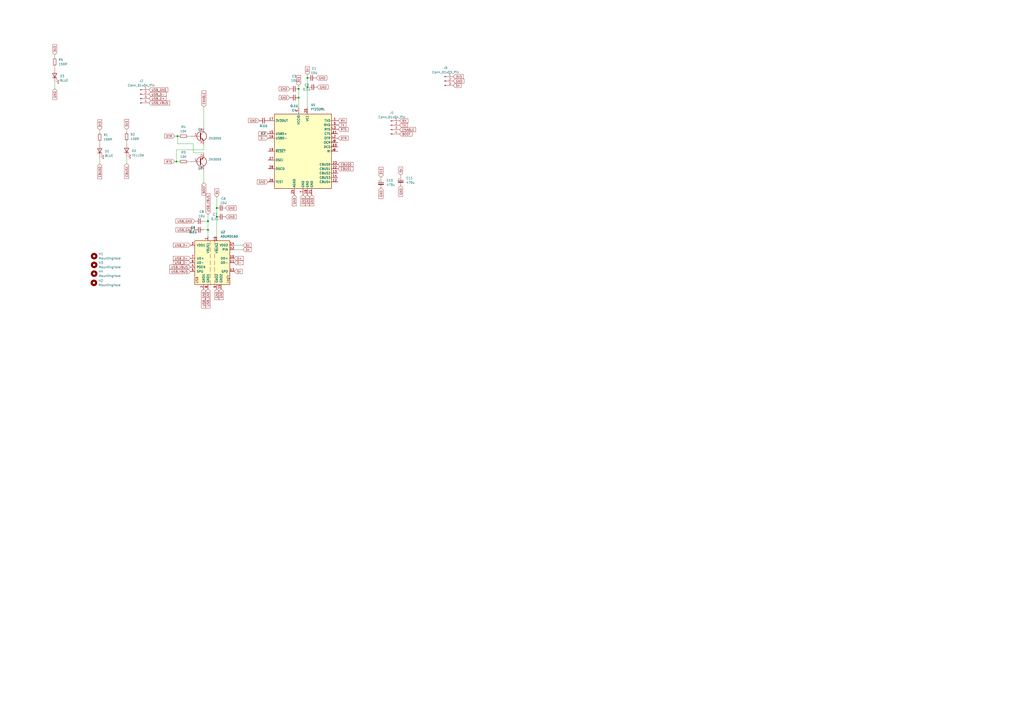
<source format=kicad_sch>
(kicad_sch (version 20231120) (generator "eeschema") (generator_version "8.0")
  (paper "A2")
  (lib_symbols
    (symbol "Connector:Conn_01x03_Pin" (pin_names (offset 1.016) hide)
      (property "Reference" "J" (at 0 5.08 0))
      (property "Value" "Conn_01x03_Pin" (at 0 -5.08 0))
      (symbol "Conn_01x03_Pin_1_1"
        (polyline (pts (xy 1.27 -2.54) (xy 0.8636 -2.54)) (stroke (width 0.1524)))
        (polyline (pts (xy 1.27 0) (xy 0.8636 0)) (stroke (width 0.1524)))
        (polyline (pts (xy 1.27 2.54) (xy 0.8636 2.54)) (stroke (width 0.1524)))
        (rectangle (start 0.8636 -2.413) (end 0 -2.667) (stroke (width 0.1524)) (fill (type outline)))
        (rectangle (start 0.8636 0.127) (end 0 -0.127) (stroke (width 0.1524)) (fill (type outline)))
        (rectangle (start 0.8636 2.667) (end 0 2.413) (stroke (width 0.1524)) (fill (type outline)))
        (pin passive line (at 5.08 2.54 180) (length 3.81) (name "Pin_1") (number "1"))
        (pin passive line (at 5.08 0 180) (length 3.81) (name "Pin_2") (number "2"))
        (pin passive line (at 5.08 -2.54 180) (length 3.81) (name "Pin_3") (number "3"))
      )
    )
    (symbol "Connector:Conn_01x04_Pin" (pin_names (offset 1.016) hide)
      (property "Reference" "J" (at 0 5.08 0))
      (property "Value" "Conn_01x04_Pin" (at 0 -7.62 0))
      (symbol "Conn_01x04_Pin_1_1"
        (polyline (pts (xy 1.27 -5.08) (xy 0.8636 -5.08)) (stroke (width 0.1524)))
        (polyline (pts (xy 1.27 -2.54) (xy 0.8636 -2.54)) (stroke (width 0.1524)))
        (polyline (pts (xy 1.27 0) (xy 0.8636 0)) (stroke (width 0.1524)))
        (polyline (pts (xy 1.27 2.54) (xy 0.8636 2.54)) (stroke (width 0.1524)))
        (rectangle (start 0.8636 -4.953) (end 0 -5.207) (stroke (width 0.1524)) (fill (type outline)))
        (rectangle (start 0.8636 -2.413) (end 0 -2.667) (stroke (width 0.1524)) (fill (type outline)))
        (rectangle (start 0.8636 0.127) (end 0 -0.127) (stroke (width 0.1524)) (fill (type outline)))
        (rectangle (start 0.8636 2.667) (end 0 2.413) (stroke (width 0.1524)) (fill (type outline)))
        (pin passive line (at 5.08 2.54 180) (length 3.81) (name "Pin_1") (number "1"))
        (pin passive line (at 5.08 0 180) (length 3.81) (name "Pin_2") (number "2"))
        (pin passive line (at 5.08 -2.54 180) (length 3.81) (name "Pin_3") (number "3"))
        (pin passive line (at 5.08 -5.08 180) (length 3.81) (name "Pin_4") (number "4"))
      )
    )
    (symbol "Device:C_Polarized_Small" (pin_numbers hide) (pin_names (offset 0.254) hide)
      (property "Reference" "C" (at 0.254 1.778 0))
      (property "Value" "C_Polarized_Small" (at 0.254 -2.032 0))
      (symbol "C_Polarized_Small_0_1"
        (rectangle (start -1.524 -0.3048) (end 1.524 -0.6858) (fill (type outline)))
        (rectangle (start -1.524 0.6858) (end 1.524 0.3048))
        (polyline (pts (xy -1.27 1.524) (xy -0.762 1.524)))
        (polyline (pts (xy -1.016 1.27) (xy -1.016 1.778)))
      )
      (symbol "C_Polarized_Small_1_1"
        (pin passive line (at 0 2.54 270) (length 1.8542) (name "~") (number "1"))
        (pin passive line (at 0 -2.54 90) (length 1.8542) (name "~") (number "2"))
      )
    )
    (symbol "Device:C_Small" (pin_numbers hide) (pin_names (offset 0.254) hide)
      (property "Reference" "C" (at 0.254 1.778 0))
      (property "Value" "C_Small" (at 0.254 -2.032 0))
      (symbol "C_Small_0_1"
        (polyline (pts (xy -1.524 -0.508) (xy 1.524 -0.508)) (stroke (width 0.3302)))
        (polyline (pts (xy -1.524 0.508) (xy 1.524 0.508)) (stroke (width 0.3048)))
      )
      (symbol "C_Small_1_1"
        (pin passive line (at 0 2.54 270) (length 2.032) (name "~") (number "1"))
        (pin passive line (at 0 -2.54 90) (length 2.032) (name "~") (number "2"))
      )
    )
    (symbol "Device:LED" (pin_numbers hide) (pin_names (offset 1.016) hide)
      (property "Reference" "D" (at 0 2.54 0))
      (property "Value" "LED" (at 0 -2.54 0))
      (symbol "LED_0_1"
        (polyline (pts (xy -1.27 -1.27) (xy -1.27 1.27)) (stroke (width 0.254)))
        (polyline (pts (xy -1.27 0) (xy 1.27 0)))
        (polyline (pts (xy 1.27 -1.27) (xy 1.27 1.27) (xy -1.27 0) (xy 1.27 -1.27)) (stroke (width 0.254)))
        (polyline (pts (xy -3.048 -0.762) (xy -4.572 -2.286) (xy -3.81 -2.286) (xy -4.572 -2.286) (xy -4.572 -1.524)))
        (polyline (pts (xy -1.778 -0.762) (xy -3.302 -2.286) (xy -2.54 -2.286) (xy -3.302 -2.286) (xy -3.302 -1.524)))
      )
      (symbol "LED_1_1"
        (pin passive line (at -3.81 0 0) (length 2.54) (name "K") (number "1"))
        (pin passive line (at 3.81 0 180) (length 2.54) (name "A") (number "2"))
      )
    )
    (symbol "Device:R_Small" (pin_numbers hide) (pin_names (offset 0.254) hide)
      (property "Reference" "R" (at 0.762 0.508 0))
      (property "Value" "R_Small" (at 0.762 -1.016 0))
      (symbol "R_Small_0_1"
        (rectangle (start -0.762 1.778) (end 0.762 -1.778) (stroke (width 0.2032)))
      )
      (symbol "R_Small_1_1"
        (pin passive line (at 0 2.54 270) (length 0.762) (name "~") (number "1"))
        (pin passive line (at 0 -2.54 90) (length 0.762) (name "~") (number "2"))
      )
    )
    (symbol "Interface_USB:ADUM3160" (pin_names (offset 1.016))
      (property "Reference" "U" (at -10.16 13.97 0))
      (property "Value" "ADUM3160" (at 3.81 13.97 0))
      (symbol "ADUM3160_0_0"
        (text "Logic" (at 8.89 -12.065 900) (effects (font (size 1.27 1.27)) (justify left)))
      )
      (symbol "ADUM3160_0_1"
        (rectangle (start -10.16 12.7) (end 10.16 -12.7) (stroke (width 0.254)) (fill (type background)))
        (polyline (pts (xy -1.27 -10.16) (xy -1.27 -12.7)))
        (polyline (pts (xy -1.27 -6.35) (xy -1.27 -8.89)))
        (polyline (pts (xy -1.27 -2.54) (xy -1.27 -5.08)))
        (polyline (pts (xy -1.27 1.27) (xy -1.27 -1.27)))
        (polyline (pts (xy -1.27 5.08) (xy -1.27 2.54)))
        (polyline (pts (xy -1.27 8.89) (xy -1.27 6.35)))
        (polyline (pts (xy -1.27 12.7) (xy -1.27 10.16)))
        (polyline (pts (xy 1.27 -10.16) (xy 1.27 -12.7)))
        (polyline (pts (xy 1.27 -6.35) (xy 1.27 -8.89)))
        (polyline (pts (xy 1.27 -2.54) (xy 1.27 -5.08)))
        (polyline (pts (xy 1.27 1.27) (xy 1.27 -1.27)))
        (polyline (pts (xy 1.27 5.08) (xy 1.27 2.54)))
        (polyline (pts (xy 1.27 8.89) (xy 1.27 6.35)))
        (polyline (pts (xy 1.27 12.7) (xy 1.27 10.16)))
      )
      (symbol "ADUM3160_1_0"
        (text "USB" (at -8.89 -12.065 900) (effects (font (size 1.27 1.27)) (justify left)))
      )
      (symbol "ADUM3160_1_1"
        (pin power_in line (at -2.54 15.24 270) (length 2.54) (name "VBUS1") (number "1"))
        (pin bidirectional line (at 12.7 2.54 180) (length 2.54) (name "DD+") (number "10"))
        (pin bidirectional line (at 12.7 0 180) (length 2.54) (name "DD-") (number "11"))
        (pin input line (at 12.7 7.62 180) (length 2.54) (name "PIN") (number "12"))
        (pin input line (at 12.7 -5.08 180) (length 2.54) (name "SPD") (number "13"))
        (pin power_in line (at 12.7 10.16 180) (length 2.54) (name "VDD2") (number "14"))
        (pin power_in line (at 5.08 -15.24 90) (length 2.54) (name "GND2") (number "15"))
        (pin power_in line (at 2.54 15.24 270) (length 2.54) (name "VBUS2") (number "16"))
        (pin power_in line (at -5.08 -15.24 90) (length 2.54) (name "GND1") (number "2"))
        (pin power_in line (at -12.7 10.16 0) (length 2.54) (name "VDD1") (number "3"))
        (pin input line (at -12.7 -2.54 0) (length 2.54) (name "PDEN") (number "4"))
        (pin input line (at -12.7 -5.08 0) (length 2.54) (name "SPU") (number "5"))
        (pin bidirectional line (at -12.7 0 0) (length 2.54) (name "UD-") (number "6"))
        (pin bidirectional line (at -12.7 2.54 0) (length 2.54) (name "UD+") (number "7"))
        (pin power_in line (at -2.54 -15.24 90) (length 2.54) (name "GND1") (number "8"))
        (pin power_in line (at 2.54 -15.24 90) (length 2.54) (name "GND2") (number "9"))
      )
    )
    (symbol "Interface_USB:FT232RL"
      (property "Reference" "U" (at -16.51 22.86 0))
      (property "Value" "FT232RL" (at 10.16 22.86 0))
      (symbol "FT232RL_0_1"
        (rectangle (start -16.51 21.59) (end 16.51 -21.59) (stroke (width 0.254)) (fill (type background)))
      )
      (symbol "FT232RL_1_1"
        (pin output line (at 20.32 17.78 180) (length 3.81) (name "TXD") (number "1"))
        (pin input input_low (at 20.32 2.54 180) (length 3.81) (name "DCD") (number "10"))
        (pin input input_low (at 20.32 10.16 180) (length 3.81) (name "CTS") (number "11"))
        (pin bidirectional line (at 20.32 -17.78 180) (length 3.81) (name "CBUS4") (number "12"))
        (pin bidirectional line (at 20.32 -12.7 180) (length 3.81) (name "CBUS2") (number "13"))
        (pin bidirectional line (at 20.32 -15.24 180) (length 3.81) (name "CBUS3") (number "14"))
        (pin bidirectional line (at -20.32 10.16 0) (length 3.81) (name "USBD+") (number "15"))
        (pin bidirectional line (at -20.32 7.62 0) (length 3.81) (name "USBD-") (number "16"))
        (pin power_out line (at -20.32 17.78 0) (length 3.81) (name "3V3OUT") (number "17"))
        (pin power_in line (at 2.54 -25.4 90) (length 3.81) (name "GND") (number "18"))
        (pin input line (at -20.32 0 0) (length 3.81) (name "~{RESET}") (number "19"))
        (pin output output_low (at 20.32 7.62 180) (length 3.81) (name "DTR") (number "2"))
        (pin power_in line (at 2.54 25.4 270) (length 3.81) (name "VCC") (number "20"))
        (pin power_in line (at 5.08 -25.4 90) (length 3.81) (name "GND") (number "21"))
        (pin bidirectional line (at 20.32 -10.16 180) (length 3.81) (name "CBUS1") (number "22"))
        (pin bidirectional line (at 20.32 -7.62 180) (length 3.81) (name "CBUS0") (number "23"))
        (pin power_in line (at -5.08 -25.4 90) (length 3.81) (name "AGND") (number "25"))
        (pin input line (at -20.32 -17.78 0) (length 3.81) (name "TEST") (number "26"))
        (pin input line (at -20.32 -5.08 0) (length 3.81) (name "OSCI") (number "27"))
        (pin output line (at -20.32 -10.16 0) (length 3.81) (name "OSCO") (number "28"))
        (pin output output_low (at 20.32 12.7 180) (length 3.81) (name "RTS") (number "3"))
        (pin power_in line (at -2.54 25.4 270) (length 3.81) (name "VCCIO") (number "4"))
        (pin input line (at 20.32 15.24 180) (length 3.81) (name "RXD") (number "5"))
        (pin input input_low (at 20.32 0 180) (length 3.81) (name "RI") (number "6"))
        (pin power_in line (at 0 -25.4 90) (length 3.81) (name "GND") (number "7"))
        (pin input input_low (at 20.32 5.08 180) (length 3.81) (name "DCR") (number "9"))
      )
    )
    (symbol "Mechanical:MountingHole" (pin_names (offset 1.016))
      (property "Reference" "H" (at 0 5.08 0))
      (property "Value" "MountingHole" (at 0 3.175 0))
      (symbol "MountingHole_0_1"
        (circle (center 0 0) (radius 1.27) (stroke (width 1.27)))
      )
    )
    (symbol "Transistor_BJT:2N3055" (pin_names (offset 0) hide)
      (property "Reference" "Q" (at 5.08 1.905 0))
      (property "Value" "2N3055" (at 5.08 0 0))
      (symbol "2N3055_0_1"
        (polyline (pts (xy 0.635 0.635) (xy 2.54 2.54)))
        (polyline (pts (xy 0.635 -0.635) (xy 2.54 -2.54) (xy 2.54 -2.54)))
        (polyline (pts (xy 0.635 1.905) (xy 0.635 -1.905) (xy 0.635 -1.905)) (stroke (width 0.508)))
        (polyline (pts (xy 1.27 -1.778) (xy 1.778 -1.27) (xy 2.286 -2.286) (xy 1.27 -1.778) (xy 1.27 -1.778)) (fill (type outline)))
        (circle (center 1.27 0) (radius 2.8194) (stroke (width 0.254)))
      )
      (symbol "2N3055_1_1"
        (pin input line (at -5.08 0 0) (length 5.715) (name "B") (number "1"))
        (pin passive line (at 2.54 -5.08 90) (length 2.54) (name "E") (number "2"))
        (pin passive line (at 2.54 5.08 270) (length 2.54) (name "C") (number "3"))
      )
    )
  )
  (junction (at 102.362 93.726))
  (junction (at 125.73 120.65))
  (junction (at 178.308 50.546))
  (junction (at 178.308 45.212))
  (junction (at 120.65 128.27))
  (junction (at 173.228 51.562))
  (junction (at 125.73 125.73))
  (junction (at 120.65 133.35))
  (junction (at 173.228 56.642))
  (junction (at 102.997 78.994))
  (wire (pts (xy 73.4622 94.8235) (xy 73.4622 91.0135)))
  (wire (pts (xy 112.141 88.646) (xy 112.141 83.439)))
  (wire (pts (xy 120.65 128.27) (xy 120.65 133.35)))
  (wire (pts (xy 178.943 50.546) (xy 178.308 50.546)))
  (wire (pts (xy 57.8412 77.0435) (xy 57.8412 75.3925)))
  (wire (pts (xy 173.228 51.562) (xy 173.228 56.642)))
  (wire (pts (xy 73.4622 83.3935) (xy 73.4622 81.8695)))
  (wire (pts (xy 125.73 120.65) (xy 125.73 125.73)))
  (wire (pts (xy 57.8412 95.0775) (xy 57.8412 91.2675)))
  (wire (pts (xy 57.8412 83.6475) (xy 57.8412 82.1235)))
  (wire (pts (xy 102.362 86.868) (xy 118.237 86.868)))
  (wire (pts (xy 31.75 40.005) (xy 31.75 38.481)))
  (wire (pts (xy 118.237 62.103) (xy 118.237 73.914)))
  (wire (pts (xy 102.997 78.994) (xy 103.886 78.994)))
  (wire (pts (xy 31.75 33.401) (xy 31.75 31.75)))
  (wire (pts (xy 108.966 78.994) (xy 110.617 78.994)))
  (wire (pts (xy 140.97 144.78) (xy 135.89 144.78)))
  (wire (pts (xy 173.228 49.657) (xy 173.228 51.562)))
  (wire (pts (xy 31.75 51.435) (xy 31.75 47.625)))
  (wire (pts (xy 120.65 133.35) (xy 120.65 137.16)))
  (wire (pts (xy 102.997 78.994) (xy 102.997 83.439)))
  (wire (pts (xy 118.11 133.35) (xy 120.65 133.35)))
  (wire (pts (xy 73.4622 76.7895) (xy 73.4622 75.1385)))
  (wire (pts (xy 232.41 101.6) (xy 232.41 102.616)))
  (wire (pts (xy 118.237 84.074) (xy 118.237 86.868)))
  (wire (pts (xy 102.362 93.726) (xy 103.886 93.726)))
  (wire (pts (xy 178.308 50.546) (xy 178.308 62.357)))
  (wire (pts (xy 101.346 93.726) (xy 102.362 93.726)))
  (wire (pts (xy 102.362 86.868) (xy 102.362 93.726)))
  (wire (pts (xy 125.73 125.73) (xy 125.73 137.16)))
  (wire (pts (xy 125.73 114.3) (xy 125.73 120.65)))
  (wire (pts (xy 220.98 102.87) (xy 220.98 103.886)))
  (wire (pts (xy 120.65 124.46) (xy 120.65 128.27)))
  (wire (pts (xy 140.97 142.24) (xy 135.89 142.24)))
  (wire (pts (xy 101.346 78.994) (xy 102.997 78.994)))
  (wire (pts (xy 173.228 56.642) (xy 173.228 62.357)))
  (wire (pts (xy 178.308 45.212) (xy 178.308 50.546)))
  (wire (pts (xy 178.308 43.434) (xy 178.308 45.212)))
  (wire (pts (xy 118.237 98.806) (xy 118.237 105.918)))
  (wire (pts (xy 118.11 128.27) (xy 120.65 128.27)))
  (wire (pts (xy 102.997 83.439) (xy 112.141 83.439)))
  (wire (pts (xy 118.237 88.646) (xy 112.141 88.646)))
  (wire (pts (xy 108.966 93.726) (xy 110.617 93.726)))
  (global_label "GND" (shape input) (at 31.75 51.435 270) (property "Intersheetrefs" "${INTERSHEET_REFS}" (effects (hide yes))))
  (global_label "3V3" (shape input) (at 220.98 102.87 90) (property "Intersheetrefs" "${INTERSHEET_REFS}" (effects (hide yes))))
  (global_label "GND" (shape input) (at 170.688 113.157 270) (property "Intersheetrefs" "${INTERSHEET_REFS}" (effects (hide yes))))
  (global_label "USB_D-" (shape input) (at 86.36 54.61 0) (property "Intersheetrefs" "${INTERSHEET_REFS}" (effects (hide yes))))
  (global_label "DTR" (shape input) (at 101.346 78.994 180) (property "Intersheetrefs" "${INTERSHEET_REFS}" (effects (hide yes))))
  (global_label "CBUS1" (shape input) (at 196.088 97.917 0) (property "Intersheetrefs" "${INTERSHEET_REFS}" (effects (hide yes))))
  (global_label "USB_GND" (shape input) (at 113.03 128.27 180) (property "Intersheetrefs" "${INTERSHEET_REFS}" (effects (hide yes))))
  (global_label "RX" (shape input) (at 196.088 69.977 0) (property "Intersheetrefs" "${INTERSHEET_REFS}" (effects (hide yes))))
  (global_label "3V3" (shape input) (at 173.228 49.657 90) (property "Intersheetrefs" "${INTERSHEET_REFS}" (effects (hide yes))))
  (global_label "3V3" (shape input) (at 262.89 44.45 0) (property "Intersheetrefs" "${INTERSHEET_REFS}" (effects (hide yes))))
  (global_label "GND" (shape input) (at 183.388 45.212 0) (property "Intersheetrefs" "${INTERSHEET_REFS}" (effects (hide yes))))
  (global_label "RTS" (shape input) (at 101.346 93.726 180) (property "Intersheetrefs" "${INTERSHEET_REFS}" (effects (hide yes))))
  (global_label "GND" (shape input) (at 155.448 105.537 180) (property "Intersheetrefs" "${INTERSHEET_REFS}" (effects (hide yes))))
  (global_label "GND" (shape input) (at 130.81 120.65 0) (property "Intersheetrefs" "${INTERSHEET_REFS}" (effects (hide yes))))
  (global_label "ENABLE" (shape input) (at 118.237 62.103 90) (property "Intersheetrefs" "${INTERSHEET_REFS}" (effects (hide yes))))
  (global_label "GND" (shape input) (at 128.27 167.64 270) (property "Intersheetrefs" "${INTERSHEET_REFS}" (effects (hide yes))))
  (global_label "5V" (shape input) (at 178.308 43.434 90) (property "Intersheetrefs" "${INTERSHEET_REFS}" (effects (hide yes))))
  (global_label "RTS" (shape input) (at 196.088 75.057 0) (property "Intersheetrefs" "${INTERSHEET_REFS}" (effects (hide yes))))
  (global_label "3V3" (shape input) (at 73.4622 75.1385 90) (property "Intersheetrefs" "${INTERSHEET_REFS}" (effects (hide yes))))
  (global_label "TX" (shape input) (at 196.088 72.517 0) (property "Intersheetrefs" "${INTERSHEET_REFS}" (effects (hide yes))))
  (global_label "BOOT" (shape input) (at 231.775 77.724 0) (property "Intersheetrefs" "${INTERSHEET_REFS}" (effects (hide yes))))
  (global_label "USB_GND" (shape input) (at 113.03 133.35 180) (property "Intersheetrefs" "${INTERSHEET_REFS}" (effects (hide yes))))
  (global_label "5V" (shape input) (at 125.73 114.3 90) (property "Intersheetrefs" "${INTERSHEET_REFS}" (effects (hide yes))))
  (global_label "CBUS1" (shape input) (at 73.4622 94.8235 270) (property "Intersheetrefs" "${INTERSHEET_REFS}" (effects (hide yes))))
  (global_label "USB_D+" (shape input) (at 86.36 57.15 0) (property "Intersheetrefs" "${INTERSHEET_REFS}" (effects (hide yes))))
  (global_label "D+" (shape input) (at 135.89 149.86 0) (property "Intersheetrefs" "${INTERSHEET_REFS}" (effects (hide yes))))
  (global_label "5V" (shape input) (at 140.97 142.24 0) (property "Intersheetrefs" "${INTERSHEET_REFS}" (effects (hide yes))))
  (global_label "USB_D-" (shape input) (at 110.49 152.4 180) (property "Intersheetrefs" "${INTERSHEET_REFS}" (effects (hide yes))))
  (global_label "GND" (shape input) (at 175.768 113.157 270) (property "Intersheetrefs" "${INTERSHEET_REFS}" (effects (hide yes))))
  (global_label "GND" (shape input) (at 262.89 46.99 0) (property "Intersheetrefs" "${INTERSHEET_REFS}" (effects (hide yes))))
  (global_label "GND" (shape input) (at 178.308 113.157 270) (property "Intersheetrefs" "${INTERSHEET_REFS}" (effects (hide yes))))
  (global_label "3V3" (shape input) (at 31.75 31.75 90) (property "Intersheetrefs" "${INTERSHEET_REFS}" (effects (hide yes))))
  (global_label "TX" (shape input) (at 231.775 72.644 0) (property "Intersheetrefs" "${INTERSHEET_REFS}" (effects (hide yes))))
  (global_label "GND" (shape input) (at 220.98 108.966 270) (property "Intersheetrefs" "${INTERSHEET_REFS}" (effects (hide yes))))
  (global_label "USB_VBUS" (shape input) (at 110.49 157.48 180) (property "Intersheetrefs" "${INTERSHEET_REFS}" (effects (hide yes))))
  (global_label "USB_D+" (shape input) (at 110.49 142.24 180) (property "Intersheetrefs" "${INTERSHEET_REFS}" (effects (hide yes))))
  (global_label "USB_GND" (shape input) (at 118.11 167.64 270) (property "Intersheetrefs" "${INTERSHEET_REFS}" (effects (hide yes))))
  (global_label "USB_VBUS" (shape input) (at 86.36 59.69 0) (property "Intersheetrefs" "${INTERSHEET_REFS}" (effects (hide yes))))
  (global_label "GND" (shape input) (at 184.023 50.546 0) (property "Intersheetrefs" "${INTERSHEET_REFS}" (effects (hide yes))))
  (global_label "5V" (shape input) (at 140.97 144.78 0) (property "Intersheetrefs" "${INTERSHEET_REFS}" (effects (hide yes))))
  (global_label "5V" (shape input) (at 262.89 49.53 0) (property "Intersheetrefs" "${INTERSHEET_REFS}" (effects (hide yes))))
  (global_label "GND" (shape input) (at 168.148 51.562 180) (property "Intersheetrefs" "${INTERSHEET_REFS}" (effects (hide yes))))
  (global_label "GND" (shape input) (at 125.73 167.64 270) (property "Intersheetrefs" "${INTERSHEET_REFS}" (effects (hide yes))))
  (global_label "3V3" (shape input) (at 57.8412 75.3925 90) (property "Intersheetrefs" "${INTERSHEET_REFS}" (effects (hide yes))))
  (global_label "5V" (shape input) (at 135.89 157.48 0) (property "Intersheetrefs" "${INTERSHEET_REFS}" (effects (hide yes))))
  (global_label "USB_GND" (shape input) (at 86.36 52.07 0) (property "Intersheetrefs" "${INTERSHEET_REFS}" (effects (hide yes))))
  (global_label "BOOT" (shape input) (at 118.237 105.918 270) (property "Intersheetrefs" "${INTERSHEET_REFS}" (effects (hide yes))))
  (global_label "GND" (shape input) (at 130.81 125.73 0) (property "Intersheetrefs" "${INTERSHEET_REFS}" (effects (hide yes))))
  (global_label "GND" (shape input) (at 150.368 69.977 180) (property "Intersheetrefs" "${INTERSHEET_REFS}" (effects (hide yes))))
  (global_label "5V" (shape input) (at 232.41 101.6 90) (property "Intersheetrefs" "${INTERSHEET_REFS}" (effects (hide yes))))
  (global_label "CBUS0" (shape input) (at 196.088 95.377 0) (property "Intersheetrefs" "${INTERSHEET_REFS}" (effects (hide yes))))
  (global_label "DTR" (shape input) (at 196.088 80.137 0) (property "Intersheetrefs" "${INTERSHEET_REFS}" (effects (hide yes))))
  (global_label "CBUS0" (shape input) (at 57.8412 95.0775 270) (property "Intersheetrefs" "${INTERSHEET_REFS}" (effects (hide yes))))
  (global_label "USB_VBUS" (shape input) (at 120.65 124.46 90) (property "Intersheetrefs" "${INTERSHEET_REFS}" (effects (hide yes))))
  (global_label "GND" (shape input) (at 180.848 113.157 270) (property "Intersheetrefs" "${INTERSHEET_REFS}" (effects (hide yes))))
  (global_label "GND" (shape input) (at 232.41 107.696 270) (property "Intersheetrefs" "${INTERSHEET_REFS}" (effects (hide yes))))
  (global_label "RX" (shape input) (at 231.775 70.104 0) (property "Intersheetrefs" "${INTERSHEET_REFS}" (effects (hide yes))))
  (global_label "ENABLE" (shape input) (at 231.775 75.184 0) (property "Intersheetrefs" "${INTERSHEET_REFS}" (effects (hide yes))))
  (global_label "USB_VBUS" (shape input) (at 110.49 154.94 180) (property "Intersheetrefs" "${INTERSHEET_REFS}" (effects (hide yes))))
  (global_label "GND" (shape input) (at 168.148 56.642 180) (property "Intersheetrefs" "${INTERSHEET_REFS}" (effects (hide yes))))
  (global_label "D-" (shape input) (at 155.448 80.137 180) (property "Intersheetrefs" "${INTERSHEET_REFS}" (effects (hide yes))))
  (global_label "D-" (shape input) (at 135.89 152.4 0) (property "Intersheetrefs" "${INTERSHEET_REFS}" (effects (hide yes))))
  (global_label "USB_D+" (shape input) (at 110.49 149.86 180) (property "Intersheetrefs" "${INTERSHEET_REFS}" (effects (hide yes))))
  (global_label "USB_GND" (shape input) (at 120.65 167.64 270) (property "Intersheetrefs" "${INTERSHEET_REFS}" (effects (hide yes))))
  (global_label "D+" (shape input) (at 155.448 77.597 180) (property "Intersheetrefs" "${INTERSHEET_REFS}" (effects (hide yes))))
  (symbol (lib_id "Device:C_Polarized_Small") (at 220.98 106.426 0) (unit 1)
    (property "Reference" "C10" (at 224.155 104.6099 0) (effects (justify left)))
    (property "Value" "470u" (at 224.155 107.1499 0) (effects (justify left)))
    (property "Footprint" "Capacitor_THT:CP_Radial_D6.3mm_P2.50mm" (effects (hide yes)))
  )
  (symbol (lib_id "Device:LED") (at 73.4622 87.2035 90) (unit 1)
    (property "Reference" "D2" (at 76.3832 87.5209 90) (effects (justify right)))
    (property "Value" "YELLOW" (at 76.3832 90.0609 90) (effects (justify right)))
    (property "Footprint" "LED_SMD:LED_0603_1608Metric_Pad1.05x0.95mm_HandSolder" (effects (hide yes)))
    (property "LCSC" "XL-1608UBC-04" (effects (hide yes)))
  )
  (symbol (lib_id "Device:R_Small") (at 31.75 35.941 0) (unit 1)
    (property "Reference" "R5" (at 33.909 34.6709 0) (effects (justify left)))
    (property "Value" "150R" (at 33.909 37.2109 0) (effects (justify left)))
    (property "Footprint" "Resistor_SMD:R_0603_1608Metric_Pad0.98x0.95mm_HandSolder" (effects (hide yes)))
  )
  (symbol (lib_id "Device:C_Small") (at 115.57 128.27 90) (unit 1)
    (property "Reference" "C8" (at 116.967 122.809 90))
    (property "Value" "10U" (at 116.967 125.349 90))
    (property "Footprint" "Capacitor_SMD:C_1206_3216Metric_Pad1.33x1.80mm_HandSolder" (effects (hide yes)))
  )
  (symbol (lib_id "Mechanical:MountingHole") (at 54.61 158.75 0) (unit 1)
    (property "Reference" "H4" (at 57.15 157.4799 0) (effects (justify left)))
    (property "Value" "MountingHole" (at 57.15 160.0199 0) (effects (justify left)))
    (property "Footprint" "MountingHole:MountingHole_3.2mm_M3_DIN965_Pad_TopOnly" (effects (hide yes)))
  )
  (symbol (lib_id "Transistor_BJT:2N3055") (at 115.697 78.994 0) (unit 1)
    (property "Reference" "Q1" (at 114.808 75.057 0) (effects (justify left)))
    (property "Value" "2N3055" (at 120.904 80.2639 0) (effects (justify left)))
    (property "Footprint" "Package_TO_SOT_SMD:TSOT-23" (effects (hide yes)))
    (property "Datasheet" "http://www.onsemi.com/pub_link/Collateral/2N3055-D.PDF" (effects (hide yes)))
  )
  (symbol (lib_id "Device:R_Small") (at 57.8412 79.5835 0) (unit 1)
    (property "Reference" "R1" (at 60.0002 78.3134 0) (effects (justify left)))
    (property "Value" "100R" (at 60.0002 80.8534 0) (effects (justify left)))
    (property "Footprint" "Resistor_SMD:R_0603_1608Metric_Pad0.98x0.95mm_HandSolder" (effects (hide yes)))
  )
  (symbol (lib_id "Device:LED") (at 31.75 43.815 90) (unit 1)
    (property "Reference" "D3" (at 34.671 44.1324 90) (effects (justify right)))
    (property "Value" "BLUE" (at 34.671 46.6724 90) (effects (justify right)))
    (property "Footprint" "LED_SMD:LED_0603_1608Metric_Pad1.05x0.95mm_HandSolder" (effects (hide yes)))
    (property "LCSC" "XL-1608UBC-04" (effects (hide yes)))
  )
  (symbol (lib_id "Interface_USB:FT232RL") (at 175.768 87.757 0) (unit 1)
    (property "Reference" "U1" (at 180.3274 60.833 0) (effects (justify left)))
    (property "Value" "FT232RL" (at 180.3274 63.373 0) (effects (justify left)))
    (property "Footprint" "Package_SO:SSOP-28_5.3x10.2mm_P0.65mm" (effects (hide yes)))
    (property "Datasheet" "https://www.ftdichip.com/Support/Documents/DataSheets/ICs/DS_FT232R.pdf" (effects (hide yes)))
  )
  (symbol (lib_id "Device:R_Small") (at 73.4622 79.3295 0) (unit 1)
    (property "Reference" "R2" (at 75.6212 78.0594 0) (effects (justify left)))
    (property "Value" "430R" (at 75.6212 80.5994 0) (effects (justify left)))
    (property "Footprint" "Resistor_SMD:R_0603_1608Metric_Pad0.98x0.95mm_HandSolder" (effects (hide yes)))
  )
  (symbol (lib_id "Connector:Conn_01x03_Pin") (at 257.81 46.99 0) (unit 1)
    (property "Reference" "J5" (at 258.445 39.37 0))
    (property "Value" "Conn_01x03_Pin" (at 258.445 41.91 0))
    (property "Footprint" "Connector_JST:JST_PH_B3B-PH-K_1x03_P2.00mm_Vertical" (effects (hide yes)))
    (property "Description" "Generic connector, single row, 01x03, script generated" (effects (hide yes)))
  )
  (symbol (lib_id "Device:C_Small") (at 128.27 120.65 90) (unit 1)
    (property "Reference" "C6" (at 129.667 115.189 90))
    (property "Value" "10U" (at 129.667 117.729 90))
    (property "Footprint" "Capacitor_SMD:C_1206_3216Metric_Pad1.33x1.80mm_HandSolder" (effects (hide yes)))
  )
  (symbol (lib_id "Device:C_Polarized_Small") (at 232.41 105.156 0) (unit 1)
    (property "Reference" "C11" (at 235.585 103.3399 0) (effects (justify left)))
    (property "Value" "470u" (at 235.585 105.8799 0) (effects (justify left)))
    (property "Footprint" "Capacitor_THT:CP_Radial_D6.3mm_P2.50mm" (effects (hide yes)))
  )
  (symbol (lib_id "Device:C_Small") (at 170.688 56.642 270) (unit 1)
    (property "Reference" "C4" (at 170.6817 64.008 90))
    (property "Value" "0.1U" (at 170.6817 61.468 90))
    (property "Footprint" "Capacitor_SMD:C_0805_2012Metric_Pad1.18x1.45mm_HandSolder" (effects (hide yes)))
  )
  (symbol (lib_id "Transistor_BJT:2N3055") (at 115.697 93.726 0) (mirror x) (unit 1)
    (property "Reference" "Q2" (at 114.808 97.663 0) (effects (justify left)))
    (property "Value" "2N3055" (at 120.904 92.4561 0) (effects (justify left)))
    (property "Footprint" "Package_TO_SOT_SMD:TSOT-23" (effects (hide yes)))
    (property "Datasheet" "http://www.onsemi.com/pub_link/Collateral/2N3055-D.PDF" (effects (hide yes)))
  )
  (symbol (lib_id "Device:C_Small") (at 170.688 51.562 270) (unit 1)
    (property "Reference" "C5" (at 170.6816 44.196 90))
    (property "Value" "10U" (at 170.6816 46.736 90))
    (property "Footprint" "Capacitor_SMD:C_1206_3216Metric_Pad1.33x1.80mm_HandSolder" (effects (hide yes)))
  )
  (symbol (lib_id "Connector:Conn_01x04_Pin") (at 81.28 54.61 0) (unit 1)
    (property "Reference" "J2" (at 81.915 46.99 0))
    (property "Value" "Conn_01x04_Pin" (at 81.915 49.53 0))
    (property "Footprint" "Connector_JST:JST_PH_B4B-PH-K_1x04_P2.00mm_Vertical" (effects (hide yes)))
    (property "Description" "Generic connector, single row, 01x04, script generated" (effects (hide yes)))
  )
  (symbol (lib_id "Mechanical:MountingHole") (at 54.61 153.67 0) (unit 1)
    (property "Reference" "H3" (at 57.15 152.3999 0) (effects (justify left)))
    (property "Value" "MountingHole" (at 57.15 154.9399 0) (effects (justify left)))
    (property "Footprint" "MountingHole:MountingHole_3.2mm_M3_DIN965_Pad_TopOnly" (effects (hide yes)))
  )
  (symbol (lib_id "Device:C_Small") (at 115.57 133.35 90) (unit 1)
    (property "Reference" "C9" (at 112.014 132.08 90))
    (property "Value" "0.1U" (at 112.014 134.62 90))
    (property "Footprint" "Capacitor_SMD:C_0805_2012Metric_Pad1.18x1.45mm_HandSolder" (effects (hide yes)))
  )
  (symbol (lib_id "Device:R_Small") (at 106.426 78.994 90) (unit 1)
    (property "Reference" "R4" (at 106.426 73.66 90))
    (property "Value" "10K" (at 106.426 76.2 90))
    (property "Footprint" "Resistor_SMD:R_0603_1608Metric_Pad0.98x0.95mm_HandSolder" (effects (hide yes)))
  )
  (symbol (lib_id "Device:C_Small") (at 181.483 50.546 90) (unit 1)
    (property "Reference" "C3" (at 177.927 49.276 90))
    (property "Value" "0.1U" (at 177.927 51.816 90))
    (property "Footprint" "Capacitor_SMD:C_0805_2012Metric_Pad1.18x1.45mm_HandSolder" (effects (hide yes)))
  )
  (symbol (lib_id "Mechanical:MountingHole") (at 54.61 148.59 0) (unit 1)
    (property "Reference" "H1" (at 57.15 147.3199 0) (effects (justify left)))
    (property "Value" "MountingHole" (at 57.15 149.8599 0) (effects (justify left)))
    (property "Footprint" "MountingHole:MountingHole_3.2mm_M3_DIN965_Pad_TopOnly" (effects (hide yes)))
  )
  (symbol (lib_id "Interface_USB:ADUM3160") (at 123.19 152.4 0) (unit 1)
    (property "Reference" "U2" (at 127.9241 134.62 0) (effects (justify left)))
    (property "Value" "ADUM3160" (at 127.9241 137.16 0) (effects (justify left)))
    (property "Footprint" "Package_SO:SOIC-16W_7.5x10.3mm_P1.27mm" (effects (hide yes)))
    (property "Datasheet" "https://www.analog.com/media/en/technical-documentation/data-sheets/ADuM3160.pdf" (effects (hide yes)))
    (property "Description" "Full/Low Speed, iCoupler USB Digital Isolator, 2.5kV protection" (effects (hide yes)))
    (property "Mouser" "584-ADUM3160BRWZ-R" (effects (hide yes)))
  )
  (symbol (lib_id "Mechanical:MountingHole") (at 54.483 164.084 0) (unit 1)
    (property "Reference" "H2" (at 57.023 162.8139 0) (effects (justify left)))
    (property "Value" "MountingHole" (at 57.023 165.3539 0) (effects (justify left)))
    (property "Footprint" "MountingHole:MountingHole_3.2mm_M3_DIN965_Pad_TopOnly" (effects (hide yes)))
  )
  (symbol (lib_id "Device:C_Small") (at 180.848 45.212 90) (unit 1)
    (property "Reference" "C1" (at 182.245 39.751 90))
    (property "Value" "10U" (at 182.245 42.291 90))
    (property "Footprint" "Capacitor_SMD:C_1206_3216Metric_Pad1.33x1.80mm_HandSolder" (effects (hide yes)))
  )
  (symbol (lib_id "Connector:Conn_01x04_Pin") (at 226.695 72.644 0) (unit 1)
    (property "Reference" "J1" (at 227.33 65.405 0))
    (property "Value" "Conn_01x04_Pin" (at 227.33 67.945 0))
    (property "Footprint" "Connector_JST:JST_PH_B4B-PH-K_1x04_P2.00mm_Vertical" (effects (hide yes)))
  )
  (symbol (lib_id "Device:C_Small") (at 128.27 125.73 90) (unit 1)
    (property "Reference" "C7" (at 124.714 124.46 90))
    (property "Value" "0.1U" (at 124.714 127 90))
    (property "Footprint" "Capacitor_SMD:C_0805_2012Metric_Pad1.18x1.45mm_HandSolder" (effects (hide yes)))
  )
  (symbol (lib_id "Device:LED") (at 57.8412 87.4575 90) (unit 1)
    (property "Reference" "D1" (at 60.7622 87.7749 90) (effects (justify right)))
    (property "Value" "BLUE" (at 60.7622 90.3149 90) (effects (justify right)))
    (property "Footprint" "LED_SMD:LED_0603_1608Metric_Pad1.05x0.95mm_HandSolder" (effects (hide yes)))
    (property "LCSC" "XL-1608UBC-04" (effects (hide yes)))
  )
  (symbol (lib_id "Device:R_Small") (at 106.426 93.726 90) (unit 1)
    (property "Reference" "R3" (at 106.426 88.392 90))
    (property "Value" "10K" (at 106.426 90.932 90))
    (property "Footprint" "Resistor_SMD:R_0603_1608Metric_Pad0.98x0.95mm_HandSolder" (effects (hide yes)))
  )
  (symbol (lib_id "Device:C_Small") (at 152.908 69.977 270) (unit 1)
    (property "Reference" "C2" (at 152.9017 77.343 90))
    (property "Value" "0.1U" (at 152.908 73.025 90))
    (property "Footprint" "Capacitor_SMD:C_0805_2012Metric_Pad1.18x1.45mm_HandSolder" (effects (hide yes)))
  )
)
</source>
